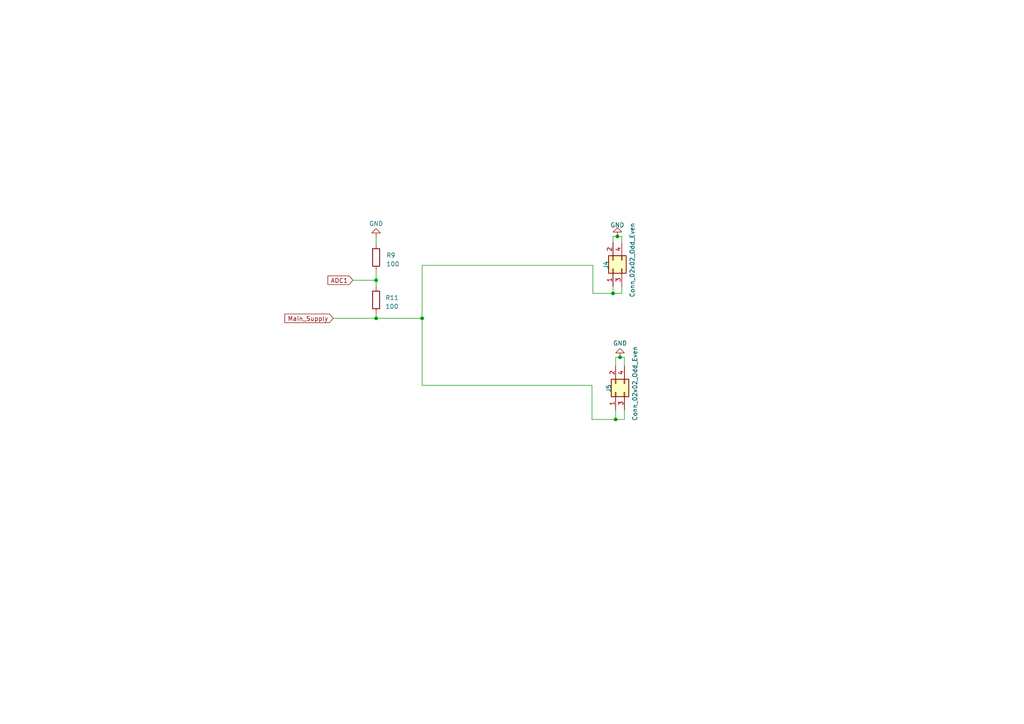
<source format=kicad_sch>
(kicad_sch (version 20230121) (generator eeschema)
  (paper "A4")
  (lib_symbols
    (symbol "Connector_Generic:Conn_02x02_Odd_Even" (pin_names (offset 1.016) hide)
      (property "Reference" "J" (at 1.27 2.54 0))
      (property "Value" "Conn_02x02_Odd_Even" (at 1.27 -5.08 0))
      (symbol "Conn_02x02_Odd_Even_1_1"
        (rectangle (start -1.27 -2.413) (end 0 -2.667) (stroke (width 0.1524)))
        (rectangle (start -1.27 0.127) (end 0 -0.127) (stroke (width 0.1524)))
        (rectangle (start -1.27 1.27) (end 3.81 -3.81) (stroke (width 0.254)) (fill (type background)))
        (rectangle (start 3.81 -2.413) (end 2.54 -2.667) (stroke (width 0.1524)))
        (rectangle (start 3.81 0.127) (end 2.54 -0.127) (stroke (width 0.1524)))
        (pin passive line (at -5.08 0 0) (length 3.81) (name "Pin_1") (number "1"))
        (pin passive line (at 7.62 0 180) (length 3.81) (name "Pin_2") (number "2"))
        (pin passive line (at -5.08 -2.54 0) (length 3.81) (name "Pin_3") (number "3"))
        (pin passive line (at 7.62 -2.54 180) (length 3.81) (name "Pin_4") (number "4"))
      )
    )
    (symbol "Device:R" (pin_numbers hide) (pin_names (offset 0))
      (property "Reference" "R" (at 2.032 0 90))
      (property "Value" "R" (at 0 0 90))
      (symbol "R_0_1"
        (rectangle (start -1.016 -2.54) (end 1.016 2.54) (stroke (width 0.254)))
      )
      (symbol "R_1_1"
        (pin passive line (at 0 3.81 270) (length 1.27) (name "~") (number "1"))
        (pin passive line (at 0 -3.81 90) (length 1.27) (name "~") (number "2"))
      )
    )
    (symbol "power:GND" (power) (pin_names (offset 0))
      (property "Value" "GND" (at 0 -3.81 0))
      (symbol "GND_0_1"
        (polyline (pts (xy 0 0) (xy 0 -1.27) (xy 1.27 -1.27) (xy 0 -2.54) (xy -1.27 -1.27) (xy 0 -1.27)))
      )
      (symbol "GND_1_1"
        (pin power_in line (at 0 0 270) (length 0) hide (name "GND") (number "1"))
      )
    )
  )
  (junction (at 179.07 68.58))
  (junction (at 122.428 92.329))
  (junction (at 178.562 121.666))
  (junction (at 109.093 92.329))
  (junction (at 109.093 81.28))
  (junction (at 179.832 103.632))
  (junction (at 177.8 85.09))
  (wire (pts (xy 102.362 81.28) (xy 109.093 81.28)))
  (wire (pts (xy 178.562 103.632) (xy 179.832 103.632)))
  (wire (pts (xy 177.8 85.09) (xy 171.958 85.09)))
  (wire (pts (xy 109.093 92.329) (xy 122.428 92.329)))
  (wire (pts (xy 171.704 111.76) (xy 171.704 121.666)))
  (wire (pts (xy 122.428 92.329) (xy 122.428 76.962)))
  (wire (pts (xy 109.093 78.486) (xy 109.093 81.28)))
  (wire (pts (xy 122.428 92.329) (xy 122.428 111.76)))
  (wire (pts (xy 178.562 106.172) (xy 178.562 103.632)))
  (wire (pts (xy 96.647 92.329) (xy 109.093 92.329)))
  (wire (pts (xy 171.958 85.09) (xy 171.958 76.962)))
  (wire (pts (xy 180.34 68.58) (xy 180.34 70.358)))
  (wire (pts (xy 177.8 83.058) (xy 177.8 85.09)))
  (wire (pts (xy 109.093 90.805) (xy 109.093 92.329)))
  (wire (pts (xy 178.562 121.666) (xy 181.102 121.666)))
  (wire (pts (xy 122.428 111.76) (xy 171.704 111.76)))
  (wire (pts (xy 109.093 81.28) (xy 109.093 83.185)))
  (wire (pts (xy 181.102 121.666) (xy 181.102 118.872)))
  (wire (pts (xy 171.704 121.666) (xy 178.562 121.666)))
  (wire (pts (xy 177.8 68.58) (xy 179.07 68.58)))
  (wire (pts (xy 122.428 76.962) (xy 171.958 76.962)))
  (wire (pts (xy 177.8 70.358) (xy 177.8 68.58)))
  (wire (pts (xy 179.07 68.58) (xy 180.34 68.58)))
  (wire (pts (xy 109.093 68.834) (xy 109.093 70.866)))
  (wire (pts (xy 178.562 118.872) (xy 178.562 121.666)))
  (wire (pts (xy 179.832 103.632) (xy 181.102 103.632)))
  (wire (pts (xy 180.34 85.09) (xy 177.8 85.09)))
  (wire (pts (xy 180.34 83.058) (xy 180.34 85.09)))
  (wire (pts (xy 181.102 103.632) (xy 181.102 106.172)))
  (global_label "ADC1" (shape input) (at 102.362 81.28 180) (property "Intersheetrefs" "${INTERSHEET_REFS}" (effects hide)))
  (global_label "Main_Supply" (shape input) (at 96.647 92.329 180) (property "Intersheetrefs" "${INTERSHEET_REFS}" (effects hide)))
  (symbol (lib_id "Device:R") (at 109.093 86.995 180) (unit 1)
    (property "Reference" "R11" (at 111.76 86.36 0) (effects (justify right)))
    (property "Value" "100" (at 111.76 88.9 0) (effects (justify right)))
    (property "Footprint" "Resistor_SMD:R_0402_1005Metric" (effects hide))
  )
  (symbol (lib_id "Connector_Generic:Conn_02x02_Odd_Even") (at 177.8 77.978 90) (unit 1)
    (property "Reference" "J4" (at 175.768 76.835 0))
    (property "Value" "Conn_02x02_Odd_Even" (at 183.388 75.438 0))
    (property "Footprint" "Connector_PinHeader_2.54mm:PinHeader_2x02_P2.54mm_Vertical" (effects hide))
  )
  (symbol (lib_id "Device:R") (at 109.093 74.676 0) (unit 1)
    (property "Reference" "R9" (at 112.014 74.041 0) (effects (justify left)))
    (property "Value" "100" (at 112.014 76.581 0) (effects (justify left)))
    (property "Footprint" "Resistor_SMD:R_0402_1005Metric" (effects hide))
  )
  (symbol (lib_id "power:GND") (at 179.832 103.632 180) (unit 1)
    (property "Reference" "#PWR030" (effects hide))
    (property "Value" "GND" (at 179.832 99.568 0))
  )
  (symbol (lib_id "power:GND") (at 179.07 68.58 180) (unit 1)
    (property "Reference" "#PWR025" (effects hide))
    (property "Value" "GND" (at 179.07 65.278 0))
  )
  (symbol (lib_id "power:GND") (at 109.093 68.834 180) (unit 1)
    (property "Reference" "#PWR024" (effects hide))
    (property "Value" "GND" (at 109.093 64.897 0))
  )
  (symbol (lib_id "Connector_Generic:Conn_02x02_Odd_Even") (at 178.562 113.792 90) (unit 1)
    (property "Reference" "J5" (at 176.53 112.649 0))
    (property "Value" "Conn_02x02_Odd_Even" (at 184.15 111.252 0))
    (property "Footprint" "Connector_PinHeader_2.54mm:PinHeader_2x02_P2.54mm_Vertical" (effects hide))
  )
)
</source>
